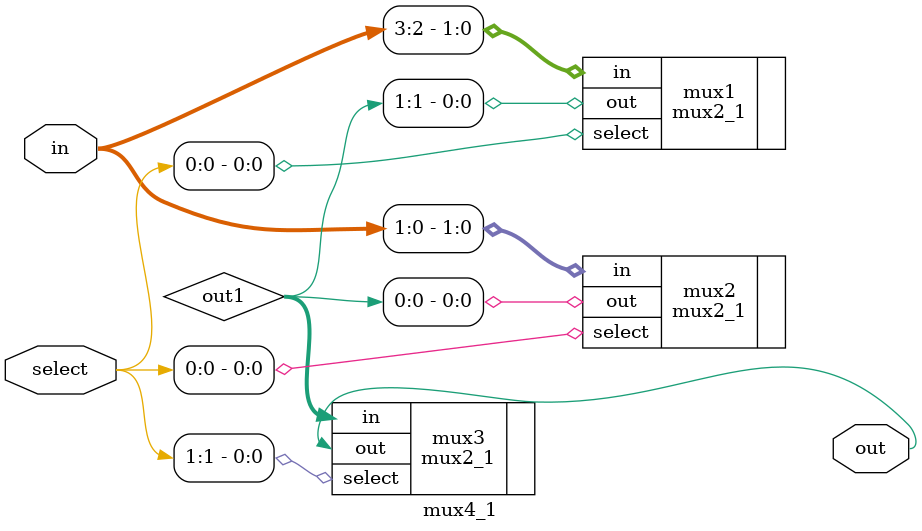
<source format=v>
`include "mux2_1.v"

module mux4_1 (
  input [3:0] in,
  input [1:0] select,
  output out);

  wire [1:0] out1;
  mux2_1 mux1(.in(in[3:2]), .select(select[0]), .out(out1[1]));
  mux2_1 mux2(.in(in[1:0]), .select(select[0]), .out(out1[0]));
  mux2_1 mux3(.in(out1[1:0]), .select(select[1]), .out(out));

  // wire a[1:0];
  // mux2_1 m1(.out(a[0]), in[0:1], select[0]);
  // mux2_1 m2(a[1], in[2:3], select[0]);
  // mux2_1 m3(out, a, select[1]);

endmodule
</source>
